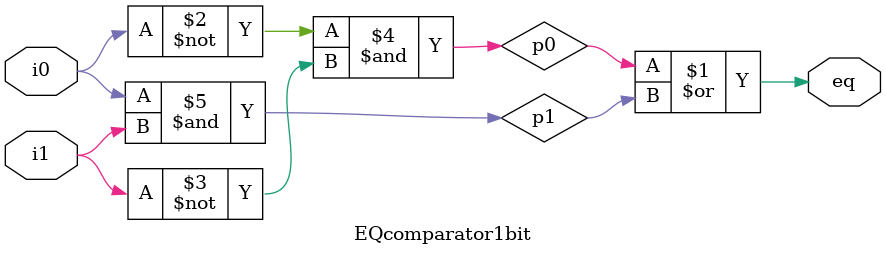
<source format=v>
module EQcomparator1bit
   // I/O ports
   (
    input wire i0, i1,
    output wire eq
   );

   // signal declaration
   wire p0, p1;

   // body
   // sum of two product terms
   assign eq = p0 | p1;
   // product terms
   assign p0 = ~i0 & ~i1;
   assign p1 = i0 & i1;
   

endmodule

</source>
